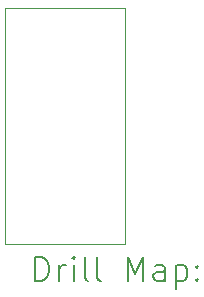
<source format=gbr>
%TF.GenerationSoftware,KiCad,Pcbnew,(6.0.11)*%
%TF.CreationDate,2024-01-24T22:39:11+00:00*%
%TF.ProjectId,BBC_Volume_Extender_Internal,4242435f-566f-46c7-956d-655f45787465,rev?*%
%TF.SameCoordinates,Original*%
%TF.FileFunction,Drillmap*%
%TF.FilePolarity,Positive*%
%FSLAX45Y45*%
G04 Gerber Fmt 4.5, Leading zero omitted, Abs format (unit mm)*
G04 Created by KiCad (PCBNEW (6.0.11)) date 2024-01-24 22:39:11*
%MOMM*%
%LPD*%
G01*
G04 APERTURE LIST*
%ADD10C,0.100000*%
%ADD11C,0.200000*%
G04 APERTURE END LIST*
D10*
X15110000Y-10583000D02*
X16120000Y-10583000D01*
X16120000Y-10583000D02*
X16120000Y-8586000D01*
X16120000Y-8586000D02*
X15110000Y-8586000D01*
X15110000Y-8586000D02*
X15110000Y-10583000D01*
D11*
X15362619Y-10898476D02*
X15362619Y-10698476D01*
X15410238Y-10698476D01*
X15438809Y-10708000D01*
X15457857Y-10727048D01*
X15467381Y-10746095D01*
X15476905Y-10784190D01*
X15476905Y-10812762D01*
X15467381Y-10850857D01*
X15457857Y-10869905D01*
X15438809Y-10888952D01*
X15410238Y-10898476D01*
X15362619Y-10898476D01*
X15562619Y-10898476D02*
X15562619Y-10765143D01*
X15562619Y-10803238D02*
X15572143Y-10784190D01*
X15581667Y-10774667D01*
X15600714Y-10765143D01*
X15619762Y-10765143D01*
X15686428Y-10898476D02*
X15686428Y-10765143D01*
X15686428Y-10698476D02*
X15676905Y-10708000D01*
X15686428Y-10717524D01*
X15695952Y-10708000D01*
X15686428Y-10698476D01*
X15686428Y-10717524D01*
X15810238Y-10898476D02*
X15791190Y-10888952D01*
X15781667Y-10869905D01*
X15781667Y-10698476D01*
X15915000Y-10898476D02*
X15895952Y-10888952D01*
X15886428Y-10869905D01*
X15886428Y-10698476D01*
X16143571Y-10898476D02*
X16143571Y-10698476D01*
X16210238Y-10841333D01*
X16276905Y-10698476D01*
X16276905Y-10898476D01*
X16457857Y-10898476D02*
X16457857Y-10793714D01*
X16448333Y-10774667D01*
X16429286Y-10765143D01*
X16391190Y-10765143D01*
X16372143Y-10774667D01*
X16457857Y-10888952D02*
X16438809Y-10898476D01*
X16391190Y-10898476D01*
X16372143Y-10888952D01*
X16362619Y-10869905D01*
X16362619Y-10850857D01*
X16372143Y-10831810D01*
X16391190Y-10822286D01*
X16438809Y-10822286D01*
X16457857Y-10812762D01*
X16553095Y-10765143D02*
X16553095Y-10965143D01*
X16553095Y-10774667D02*
X16572143Y-10765143D01*
X16610238Y-10765143D01*
X16629286Y-10774667D01*
X16638809Y-10784190D01*
X16648333Y-10803238D01*
X16648333Y-10860381D01*
X16638809Y-10879429D01*
X16629286Y-10888952D01*
X16610238Y-10898476D01*
X16572143Y-10898476D01*
X16553095Y-10888952D01*
X16734048Y-10879429D02*
X16743571Y-10888952D01*
X16734048Y-10898476D01*
X16724524Y-10888952D01*
X16734048Y-10879429D01*
X16734048Y-10898476D01*
X16734048Y-10774667D02*
X16743571Y-10784190D01*
X16734048Y-10793714D01*
X16724524Y-10784190D01*
X16734048Y-10774667D01*
X16734048Y-10793714D01*
M02*

</source>
